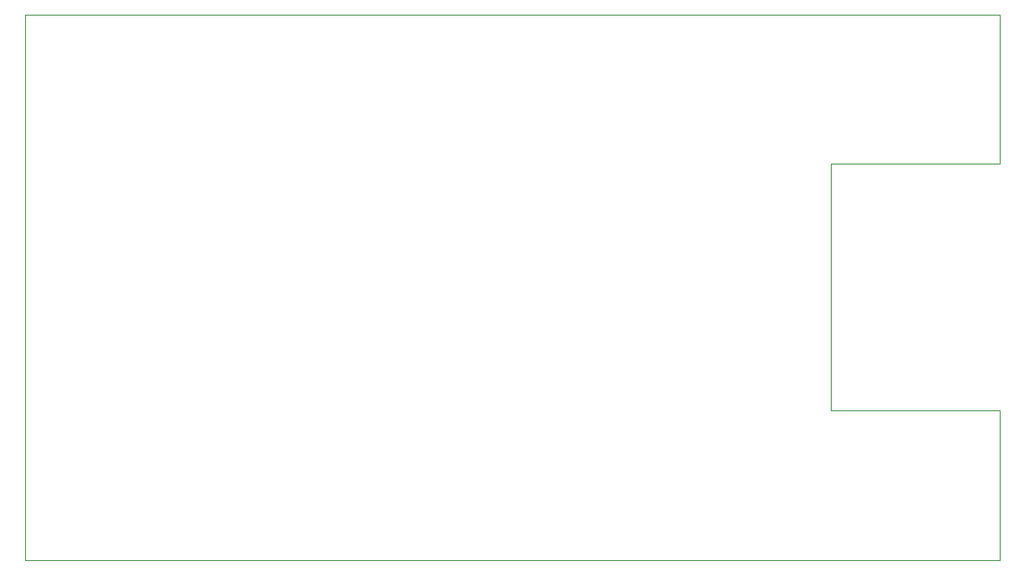
<source format=gbr>
%TF.GenerationSoftware,KiCad,Pcbnew,8.0.9-8.0.9-0~ubuntu24.04.1*%
%TF.CreationDate,2025-05-29T22:28:41-04:00*%
%TF.ProjectId,smu2,736d7532-2e6b-4696-9361-645f70636258,rev?*%
%TF.SameCoordinates,Original*%
%TF.FileFunction,Profile,NP*%
%FSLAX46Y46*%
G04 Gerber Fmt 4.6, Leading zero omitted, Abs format (unit mm)*
G04 Created by KiCad (PCBNEW 8.0.9-8.0.9-0~ubuntu24.04.1) date 2025-05-29 22:28:41*
%MOMM*%
%LPD*%
G01*
G04 APERTURE LIST*
%TA.AperFunction,Profile*%
%ADD10C,0.100000*%
%TD*%
G04 APERTURE END LIST*
D10*
X184785000Y-137795000D02*
X89535000Y-137795000D01*
X89535000Y-84455000D02*
X184785000Y-84455000D01*
X184785000Y-99060000D02*
X184785000Y-84455000D01*
X168275000Y-123190000D02*
X184785000Y-123190000D01*
X89535000Y-137795000D02*
X89535000Y-84455000D01*
X184785000Y-123190000D02*
X184785000Y-137795000D01*
X168275000Y-99060000D02*
X168275000Y-123190000D01*
X184785000Y-99060000D02*
X168275000Y-99060000D01*
M02*

</source>
